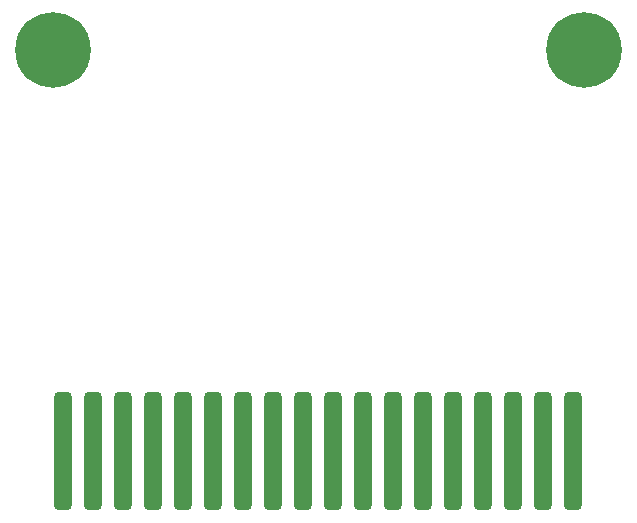
<source format=gbr>
%TF.GenerationSoftware,KiCad,Pcbnew,(6.0.7-1)-1*%
%TF.CreationDate,2023-01-15T14:56:54-08:00*%
%TF.ProjectId,QCard,51436172-642e-46b6-9963-61645f706362,rev?*%
%TF.SameCoordinates,Original*%
%TF.FileFunction,Soldermask,Bot*%
%TF.FilePolarity,Negative*%
%FSLAX46Y46*%
G04 Gerber Fmt 4.6, Leading zero omitted, Abs format (unit mm)*
G04 Created by KiCad (PCBNEW (6.0.7-1)-1) date 2023-01-15 14:56:54*
%MOMM*%
%LPD*%
G01*
G04 APERTURE LIST*
G04 Aperture macros list*
%AMRoundRect*
0 Rectangle with rounded corners*
0 $1 Rounding radius*
0 $2 $3 $4 $5 $6 $7 $8 $9 X,Y pos of 4 corners*
0 Add a 4 corners polygon primitive as box body*
4,1,4,$2,$3,$4,$5,$6,$7,$8,$9,$2,$3,0*
0 Add four circle primitives for the rounded corners*
1,1,$1+$1,$2,$3*
1,1,$1+$1,$4,$5*
1,1,$1+$1,$6,$7*
1,1,$1+$1,$8,$9*
0 Add four rect primitives between the rounded corners*
20,1,$1+$1,$2,$3,$4,$5,0*
20,1,$1+$1,$4,$5,$6,$7,0*
20,1,$1+$1,$6,$7,$8,$9,0*
20,1,$1+$1,$8,$9,$2,$3,0*%
G04 Aperture macros list end*
%ADD10C,6.400000*%
%ADD11RoundRect,0.375000X-0.375000X-4.625000X0.375000X-4.625000X0.375000X4.625000X-0.375000X4.625000X0*%
G04 APERTURE END LIST*
D10*
%TO.C,REF\u002A\u002A*%
X55000000Y-55000000D03*
%TD*%
%TO.C,REF\u002A\u002A*%
X100000000Y-55000000D03*
%TD*%
D11*
%TO.C,J1*%
X55880000Y-89000000D03*
X58420000Y-89000000D03*
X60960000Y-89000000D03*
X63500000Y-89000000D03*
X66040000Y-89000000D03*
X68580000Y-89000000D03*
X71120000Y-89000000D03*
X73660000Y-89000000D03*
X76200000Y-89000000D03*
X78740000Y-89000000D03*
X81280000Y-89000000D03*
X83820000Y-89000000D03*
X86360000Y-89000000D03*
X88900000Y-89000000D03*
X91440000Y-89000000D03*
X93980000Y-89000000D03*
X96520000Y-89000000D03*
X99060000Y-89000000D03*
%TD*%
M02*

</source>
